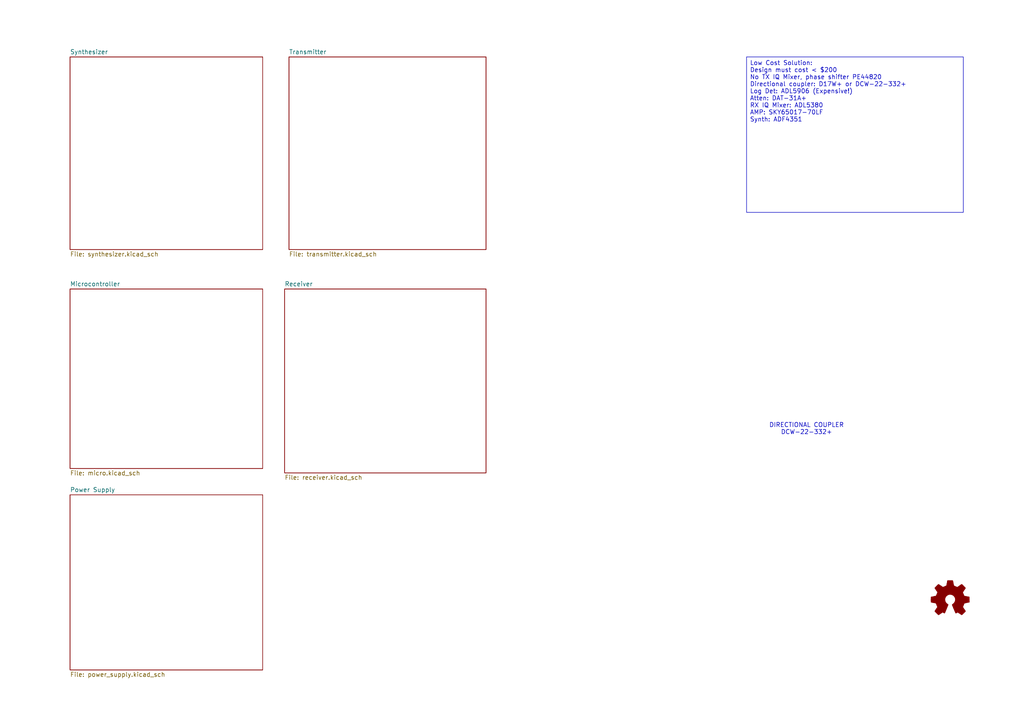
<source format=kicad_sch>
(kicad_sch (version 20231120) (generator "eeschema") (generator_version "8.0")
  (paper "A4")
  (title_block (title "openEPR S-Band Transceiver") (date "2024-03-16") (rev "v1.0") (company "openEPR") (comment 1 "Timothy Keller"))
  (lib_symbols
    (symbol "Graphic:Logo_Open_Hardware_Small" (in_bom no) (on_board no)
      (symbol "Logo_Open_Hardware_Small_0_1"
        (polyline (pts (xy 3.3528 -4.3434) (xy 3.302 -4.318) (xy 3.175 -4.2418) (xy 2.9972 -4.1148) (xy 2.7686 -3.9624) (xy 2.54 -3.81) (xy 2.3622 -3.7084) (xy 2.2352 -3.6068) (xy 2.1844 -3.5814) (xy 2.159 -3.6068) (xy 2.0574 -3.6576) (xy 1.905 -3.7338) (xy 1.8034 -3.7846) (xy 1.6764 -3.8354) (xy 1.6002 -3.8354) (xy 1.6002 -3.8354) (xy 1.5494 -3.7338) (xy 1.4732 -3.5306) (xy 1.3462 -3.302) (xy 1.2446 -3.0226) (xy 1.1176 -2.7178) (xy 0.9652 -2.413) (xy 0.8636 -2.1082) (xy 0.7366 -1.8288) (xy 0.6604 -1.6256) (xy 0.6096 -1.4732) (xy 0.5842 -1.397) (xy 0.5842 -1.397) (xy 0.6604 -1.3208) (xy 0.7874 -1.2446) (xy 1.0414 -1.016) (xy 1.2954 -0.6858) (xy 1.4478 -0.3302) (xy 1.524 0.0762) (xy 1.4732 0.4572) (xy 1.3208 0.8128) (xy 1.0668 1.143) (xy 0.762 1.3716) (xy 0.4064 1.524) (xy 0 1.5748) (xy -0.381 1.5494) (xy -0.7366 1.397) (xy -1.0668 1.143) (xy -1.2192 0.9906) (xy -1.397 0.6604) (xy -1.524 0.3048) (xy -1.524 0.2286) (xy -1.4986 -0.1778) (xy -1.397 -0.5334) (xy -1.1938 -0.8636) (xy -0.9144 -1.143) (xy -0.8636 -1.1684) (xy -0.7366 -1.27) (xy -0.635 -1.3462) (xy -0.5842 -1.397) (xy -1.0668 -2.5908) (xy -1.143 -2.794) (xy -1.2954 -3.1242) (xy -1.397 -3.4036) (xy -1.4986 -3.6322) (xy -1.5748 -3.7846) (xy -1.6002 -3.8354) (xy -1.6002 -3.8354) (xy -1.651 -3.8354) (xy -1.7272 -3.81) (xy -1.905 -3.7338) (xy -2.0066 -3.683) (xy -2.1336 -3.6068) (xy -2.2098 -3.5814) (xy -2.2606 -3.6068) (xy -2.3622 -3.683) (xy -2.54 -3.81) (xy -2.7686 -3.9624) (xy -2.9718 -4.0894) (xy -3.1496 -4.2164) (xy -3.302 -4.318) (xy -3.3528 -4.3434) (xy -3.3782 -4.3434) (xy -3.429 -4.318) (xy -3.5306 -4.2164) (xy -3.7084 -4.064) (xy -3.937 -3.8354) (xy -3.9624 -3.81) (xy -4.1656 -3.6068) (xy -4.318 -3.4544) (xy -4.4196 -3.3274) (xy -4.445 -3.2766) (xy -4.445 -3.2766) (xy -4.4196 -3.2258) (xy -4.318 -3.0734) (xy -4.2164 -2.8956) (xy -4.064 -2.667) (xy -3.6576 -2.0828) (xy -3.8862 -1.5494) (xy -3.937 -1.3716) (xy -4.0386 -1.1684) (xy -4.0894 -1.0414) (xy -4.1148 -0.9652) (xy -4.191 -0.9398) (xy -4.318 -0.9144) (xy -4.5466 -0.8636) (xy -4.8006 -0.8128) (xy -5.0546 -0.7874) (xy -5.2578 -0.7366) (xy -5.4356 -0.7112) (xy -5.5118 -0.6858) (xy -5.5118 -0.6858) (xy -5.5372 -0.635) (xy -5.5372 -0.5588) (xy -5.5372 -0.4318) (xy -5.5626 -0.2286) (xy -5.5626 0.0762) (xy -5.5626 0.127) (xy -5.5372 0.4064) (xy -5.5372 0.635) (xy -5.5372 0.762) (xy -5.5372 0.8382) (xy -5.5372 0.8382) (xy -5.461 0.8382) (xy -5.3086 0.889) (xy -5.08 0.9144) (xy -4.826 0.9652) (xy -4.8006 0.9906) (xy -4.5466 1.0414) (xy -4.318 1.0668) (xy -4.1656 1.1176) (xy -4.0894 1.143) (xy -4.0894 1.143) (xy -4.0386 1.2446) (xy -3.9624 1.4224) (xy -3.8608 1.6256) (xy -3.7846 1.8288) (xy -3.7084 2.0066) (xy -3.6576 2.159) (xy -3.6322 2.2098) (xy -3.6322 2.2098) (xy -3.683 2.286) (xy -3.7592 2.413) (xy -3.8862 2.5908) (xy -4.064 2.8194) (xy -4.064 2.8448) (xy -4.2164 3.0734) (xy -4.3434 3.2512) (xy -4.4196 3.3782) (xy -4.445 3.4544) (xy -4.445 3.4544) (xy -4.3942 3.5052) (xy -4.2926 3.6322) (xy -4.1148 3.81) (xy -3.937 4.0132) (xy -3.8608 4.064) (xy -3.6576 4.2926) (xy -3.5052 4.4196) (xy -3.4036 4.4958) (xy -3.3528 4.5212) (xy -3.3528 4.5212) (xy -3.302 4.4704) (xy -3.1496 4.3688) (xy -2.9718 4.2418) (xy -2.7432 4.0894) (xy -2.7178 4.0894) (xy -2.4892 3.937) (xy -2.3114 3.81) (xy -2.1844 3.7084) (xy -2.1336 3.683) (xy -2.1082 3.683) (xy -2.032 3.7084) (xy -1.8542 3.7592) (xy -1.6764 3.8354) (xy -1.4732 3.937) (xy -1.27 4.0132) (xy -1.143 4.064) (xy -1.0668 4.1148) (xy -1.0668 4.1148) (xy -1.0414 4.191) (xy -1.016 4.3434) (xy -0.9652 4.572) (xy -0.9144 4.8514) (xy -0.889 4.9022) (xy -0.8382 5.1562) (xy -0.8128 5.3848) (xy -0.7874 5.5372) (xy -0.762 5.588) (xy -0.7112 5.6134) (xy -0.5842 5.6134) (xy -0.4064 5.6134) (xy -0.1524 5.6134) (xy 0.0762 5.6134) (xy 0.3302 5.6134) (xy 0.5334 5.6134) (xy 0.6858 5.588) (xy 0.7366 5.588) (xy 0.7366 5.588) (xy 0.762 5.5118) (xy 0.8128 5.334) (xy 0.8382 5.1054) (xy 0.9144 4.826) (xy 0.9144 4.7752) (xy 0.9652 4.5212) (xy 1.016 4.2926) (xy 1.0414 4.1402) (xy 1.0668 4.0894) (xy 1.0668 4.0894) (xy 1.1938 4.0386) (xy 1.3716 3.9624) (xy 1.5748 3.8608) (xy 2.0828 3.6576) (xy 2.7178 4.0894) (xy 2.7686 4.1402) (xy 2.9972 4.2926) (xy 3.175 4.4196) (xy 3.302 4.4958) (xy 3.3782 4.5212) (xy 3.3782 4.5212) (xy 3.429 4.4704) (xy 3.556 4.3434) (xy 3.7338 4.191) (xy 3.9116 3.9878) (xy 4.064 3.8354) (xy 4.2418 3.6576) (xy 4.3434 3.556) (xy 4.4196 3.4798) (xy 4.4196 3.429) (xy 4.4196 3.4036) (xy 4.3942 3.3274) (xy 4.2926 3.2004) (xy 4.1656 2.9972) (xy 4.0132 2.794) (xy 3.8862 2.5908) (xy 3.7592 2.3876) (xy 3.6576 2.2352) (xy 3.6322 2.159) (xy 3.6322 2.1336) (xy 3.683 2.0066) (xy 3.7592 1.8288) (xy 3.8608 1.6002) (xy 4.064 1.1176) (xy 4.3942 1.0414) (xy 4.5974 1.016) (xy 4.8768 0.9652) (xy 5.1308 0.9144) (xy 5.5372 0.8382) (xy 5.5626 -0.6604) (xy 5.4864 -0.6858) (xy 5.4356 -0.6858) (xy 5.2832 -0.7366) (xy 5.0546 -0.762) (xy 4.8006 -0.8128) (xy 4.5974 -0.8636) (xy 4.3688 -0.9144) (xy 4.2164 -0.9398) (xy 4.1402 -0.9398) (xy 4.1148 -0.9652) (xy 4.064 -1.0668) (xy 3.9878 -1.2446) (xy 3.9116 -1.4478) (xy 3.81 -1.651) (xy 3.7338 -1.8542) (xy 3.683 -2.0066) (xy 3.6576 -2.0828) (xy 3.683 -2.1336) (xy 3.7846 -2.2606) (xy 3.8862 -2.4638) (xy 4.0386 -2.667) (xy 4.191 -2.8956) (xy 4.318 -3.0734) (xy 4.3942 -3.2004) (xy 4.445 -3.2766) (xy 4.4196 -3.3274) (xy 4.3434 -3.429) (xy 4.1656 -3.5814) (xy 3.937 -3.8354) (xy 3.8862 -3.8608) (xy 3.683 -4.064) (xy 3.5306 -4.2164) (xy 3.4036 -4.318) (xy 3.3528 -4.3434)) (fill (type outline)))
      )
    )
  )
  (text_box "Low Cost Solution:\nDesign must cost < $200\nNo TX IQ Mixer, phase shifter PE44820\nDirectional coupler: D17W+ or DCW-22-332+\nLog Det: ADL5906 (Expensive!)\nAtten: DAT-31A+\nRX IQ Mixer: ADL5380\nAMP: SKY65017-70LF\nSynth: ADF4351\n\n\n\n\n\n" (at 216.535 16.51 0) (size 62.865 45.085) (effects (font (size 1.27 1.27)) (justify left top)))
  (text "DIRECTIONAL COUPLER\nDCW-22-332+\n" (at 233.934 124.46 0) (effects (font (size 1.27 1.27))))
  (symbol (lib_id "Graphic:Logo_Open_Hardware_Small") (at 275.59 173.99 0) (unit 1) (in_bom no)
    (property "Reference" "#SYM1" (effects (hide yes)))
    (property "Value" "Logo_Open_Hardware_Small" (effects (hide yes)))
    (property "Footprint" "Symbol:OSHW-Symbol_6.7x6mm_SilkScreen" (effects (hide yes)))
    (property "Description" "Open Hardware logo, small" (effects (hide yes)))
    (property "Sim.Enable" "0" (effects (hide yes)))
  )
  (sheet (at 20.32 83.82) (size 55.88 52.07) (stroke (width 0.1524))
    (property "Sheetname" "Microcontroller" (at 20.32 83.1084 0) (effects (justify left bottom)))
    (property "Sheetfile" "micro.kicad_sch" (at 20.32 136.4746 0) (effects (justify left top)))
  )
  (sheet (at 20.32 16.51) (size 55.88 55.88) (stroke (width 0.1524))
    (property "Sheetname" "Synthesizer" (at 20.32 15.7984 0) (effects (justify left bottom)))
    (property "Sheetfile" "synthesizer.kicad_sch" (at 20.32 72.9746 0) (effects (justify left top)))
  )
  (sheet (at 20.32 143.51) (size 55.88 50.8) (stroke (width 0.1524))
    (property "Sheetname" "Power Supply" (at 20.32 142.7984 0) (effects (justify left bottom)))
    (property "Sheetfile" "power_supply.kicad_sch" (at 20.32 194.8946 0) (effects (justify left top)))
  )
  (sheet (at 83.82 16.51) (size 57.15 55.88) (stroke (width 0.1524))
    (property "Sheetname" "Transmitter" (at 83.82 15.7984 0) (effects (justify left bottom)))
    (property "Sheetfile" "transmitter.kicad_sch" (at 83.82 72.9746 0) (effects (justify left top)))
  )
  (sheet (at 82.55 83.82) (size 58.42 53.34) (stroke (width 0.1524))
    (property "Sheetname" "Receiver" (at 82.55 83.1084 0) (effects (justify left bottom)))
    (property "Sheetfile" "receiver.kicad_sch" (at 82.55 137.7446 0) (effects (justify left top)))
  )
)
</source>
